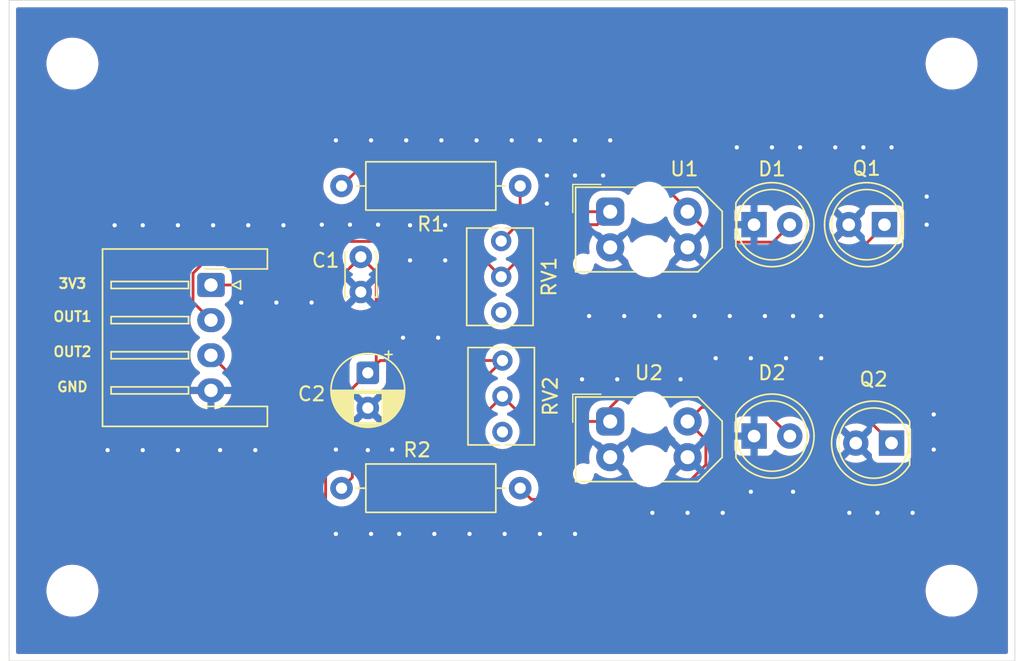
<source format=kicad_pcb>
(kicad_pcb (version 20241229) (generator "pcbnew") (generator_version "9.0")
  (layers (0 "F.Cu" signal) (2 "B.Cu" signal) (13 "F.Paste" user) (15 "B.Paste" user) (5 "F.SilkS" user "F.Silkscreen") (7 "B.SilkS" user "B.Silkscreen") (1 "F.Mask" user) (3 "B.Mask" user) (25 "Edge.Cuts" user))
  (net 0 "")
  (net 1 "+3V3")
  (net 2 "GND")
  (net 3 "Net-(D1-A)")
  (net 4 "Net-(D2-A)")
  (net 7 "Net-(J2-Pin_2)")
  (net 8 "Net-(J2-Pin_3)")
  (footprint "Capacitor_THT:C_Disc_D3.0mm_W2.0mm_P2.50mm" (layer "F.Cu") (at 103 100.75 -90)
    (property "Reference" "C1" (at 0.25 2.5 0) (layer "F.SilkS"))
    (property "Value" "100nF")
    (fp_line (start -0.37 1.12) (end 2.87 1.12) (stroke (width 0.12)) (layer "F.SilkS"))
    (fp_line (start -0.37 0.972) (end -0.37 1.12) (stroke (width 0.12)) (layer "F.SilkS"))
    (fp_line (start 2.87 0.972) (end 2.87 1.12) (stroke (width 0.12)) (layer "F.SilkS"))
    (fp_line (start -0.37 -1.12) (end -0.37 -0.972) (stroke (width 0.12)) (layer "F.SilkS"))
    (fp_line (start -0.37 -1.12) (end 2.87 -1.12) (stroke (width 0.12)) (layer "F.SilkS"))
    (fp_line (start 2.87 -1.12) (end 2.87 -0.972) (stroke (width 0.12)) (layer "F.SilkS"))
    (pad "1" thru_hole circle (at 0 0 270) (size 1.6 1.6) (drill 0.8) (layers "*.Cu" "*.Mask") (net 1 "+3V3"))
    (pad "2" thru_hole circle (at 2.5 0 270) (size 1.6 1.6) (drill 0.8) (layers "*.Cu" "*.Mask") (net 2 "GND"))
  )
  (footprint "Resistor_THT:R_Axial_DIN0309_L9.0mm_D3.2mm_P12.70mm_Horizontal" (layer "F.Cu") (at 101.63 117.205)
    (property "Reference" "R2" (at 5.37 -2.72 0) (layer "F.SilkS"))
    (property "Value" "330")
    (fp_line (start 1.04 0) (end 1.73 0) (stroke (width 0.12)) (layer "F.SilkS"))
    (fp_line (start 11.66 0) (end 10.97 0) (stroke (width 0.12)) (layer "F.SilkS"))
    (fp_rect (start 1.73 -1.72) (end 10.97 1.72) (stroke (width 0.12)) (fill no) (layer "F.SilkS"))
    (pad "1" thru_hole circle (at 0 0) (size 1.6 1.6) (drill 0.8) (layers "*.Cu" "*.Mask") (net 1 "+3V3"))
    (pad "2" thru_hole circle (at 12.7 0) (size 1.6 1.6) (drill 0.8) (layers "*.Cu" "*.Mask") (net 4 "Net-(D2-A)"))
  )
  (footprint "Capacitor_THT:CP_Radial_D5.0mm_P2.50mm" (layer "F.Cu") (at 103.5 109 -90)
    (property "Reference" "C2" (at 1.5 4 0) (layer "F.SilkS"))
    (property "Value" "1uF")
    (fp_line (start 1.49 1.04) (end 1.49 2.569) (stroke (width 0.12)) (layer "F.SilkS"))
    (fp_line (start 1.53 1.04) (end 1.53 2.565) (stroke (width 0.12)) (layer "F.SilkS"))
    (fp_line (start 1.57 1.04) (end 1.57 2.56) (stroke (width 0.12)) (layer "F.SilkS"))
    (fp_line (start 1.61 1.04) (end 1.61 2.555) (stroke (width 0.12)) (layer "F.SilkS"))
    (fp_line (start 1.65 1.04) (end 1.65 2.549) (stroke (width 0.12)) (layer "F.SilkS"))
    (fp_line (start 1.69 1.04) (end 1.69 2.543) (stroke (width 0.12)) (layer "F.SilkS"))
    (fp_line (start 1.73 1.04) (end 1.73 2.536) (stroke (width 0.12)) (layer "F.SilkS"))
    (fp_line (start 1.77 1.04) (end 1.77 2.528) (stroke (width 0.12)) (layer "F.SilkS"))
    (fp_line (start 1.81 1.04) (end 1.81 2.519) (stroke (width 0.12)) (layer "F.SilkS"))
    (fp_line (start 1.85 1.04) (end 1.85 2.51) (stroke (width 0.12)) (layer "F.SilkS"))
    (fp_line (start 1.89 1.04) (end 1.89 2.501) (stroke (width 0.12)) (layer "F.SilkS"))
    (fp_line (start 1.93 1.04) (end 1.93 2.49) (stroke (width 0.12)) (layer "F.SilkS"))
    (fp_line (start 1.97 1.04) (end 1.97 2.479) (stroke (width 0.12)) (layer "F.SilkS"))
    (fp_line (start 2.01 1.04) (end 2.01 2.467) (stroke (width 0.12)) (layer "F.SilkS"))
    (fp_line (start 2.05 1.04) (end 2.05 2.455) (stroke (width 0.12)) (layer "F.SilkS"))
    (fp_line (start 2.09 1.04) (end 2.09 2.442) (stroke (width 0.12)) (layer "F.SilkS"))
    (fp_line (start 2.13 1.04) (end 2.13 2.428) (stroke (width 0.12)) (layer "F.SilkS"))
    (fp_line (start 2.17 1.04) (end 2.17 2.413) (stroke (width 0.12)) (layer "F.SilkS"))
    (fp_line (start 2.21 1.04) (end 2.21 2.398) (stroke (width 0.12)) (layer "F.SilkS"))
    (fp_line (start 2.25 1.04) (end 2.25 2.382) (stroke (width 0.12)) (layer "F.SilkS"))
    (fp_line (start 2.29 1.04) (end 2.29 2.365) (stroke (width 0.12)) (layer "F.SilkS"))
    (fp_line (start 2.33 1.04) (end 2.33 2.347) (stroke (width 0.12)) (layer "F.SilkS"))
    (fp_line (start 2.37 1.04) (end 2.37 2.329) (stroke (width 0.12)) (layer "F.SilkS"))
    (fp_line (start 2.41 1.04) (end 2.41 2.309) (stroke (width 0.12)) (layer "F.SilkS"))
    (fp_line (start 2.45 1.04) (end 2.45 2.289) (stroke (width 0.12)) (layer "F.SilkS"))
    (fp_line (start 2.49 1.04) (end 2.49 2.268) (stroke (width 0.12)) (layer "F.SilkS"))
    (fp_line (start 2.53 1.04) (end 2.53 2.246) (stroke (width 0.12)) (layer "F.SilkS"))
    (fp_line (start 2.57 1.04) (end 2.57 2.223) (stroke (width 0.12)) (layer "F.SilkS"))
    (fp_line (start 2.61 1.04) (end 2.61 2.199) (stroke (width 0.12)) (layer "F.SilkS"))
    (fp_line (start 2.65 1.04) (end 2.65 2.175) (stroke (width 0.12)) (layer "F.SilkS"))
    (fp_line (start 2.69 1.04) (end 2.69 2.149) (stroke (width 0.12)) (layer "F.SilkS"))
    (fp_line (start 2.73 1.04) (end 2.73 2.122) (stroke (width 0.12)) (layer "F.SilkS"))
    (fp_line (start 2.77 1.04) (end 2.77 2.094) (stroke (width 0.12)) (layer "F.SilkS"))
    (fp_line (start 2.81 1.04) (end 2.81 2.065) (stroke (width 0.12)) (layer "F.SilkS"))
    (fp_line (start 2.85 1.04) (end 2.85 2.035) (stroke (width 0.12)) (layer "F.SilkS"))
    (fp_line (start 2.89 1.04) (end 2.89 2.003) (stroke (width 0.12)) (layer "F.SilkS"))
    (fp_line (start 2.93 1.04) (end 2.93 1.97) (stroke (width 0.12)) (layer "F.SilkS"))
    (fp_line (start 2.97 1.04) (end 2.97 1.936) (stroke (width 0.12)) (layer "F.SilkS"))
    (fp_line (start 3.01 1.04) (end 3.01 1.901) (stroke (width 0.12)) (layer "F.SilkS"))
    (fp_line (start 3.05 1.04) (end 3.05 1.864) (stroke (width 0.12)) (layer "F.SilkS"))
    (fp_line (start 3.09 1.04) (end 3.09 1.825) (stroke (width 0.12)) (layer "F.SilkS"))
    (fp_line (start 3.13 1.04) (end 3.13 1.785) (stroke (width 0.12)) (layer "F.SilkS"))
    (fp_line (start 3.17 1.04) (end 3.17 1.743) (stroke (width 0.12)) (layer "F.SilkS"))
    (fp_line (start 3.21 1.04) (end 3.21 1.699) (stroke (width 0.12)) (layer "F.SilkS"))
    (fp_line (start 3.25 1.04) (end 3.25 1.652) (stroke (width 0.12)) (layer "F.SilkS"))
    (fp_line (start 3.29 1.04) (end 3.29 1.604) (stroke (width 0.12)) (layer "F.SilkS"))
    (fp_line (start 3.33 1.04) (end 3.33 1.553) (stroke (width 0.12)) (layer "F.SilkS"))
    (fp_line (start 3.37 1.04) (end 3.37 1.499) (stroke (width 0.12)) (layer "F.SilkS"))
    (fp_line (start 3.41 1.04) (end 3.41 1.443) (stroke (width 0.12)) (layer "F.SilkS"))
    (fp_line (start 3.45 1.04) (end 3.45 1.383) (stroke (width 0.12)) (layer "F.SilkS"))
    (fp_line (start 3.49 1.04) (end 3.49 1.319) (stroke (width 0.12)) (layer "F.SilkS"))
    (fp_line (start 3.53 1.04) (end 3.53 1.251) (stroke (width 0.12)) (layer "F.SilkS"))
    (fp_line (start 3.85 -0.283) (end 3.85 0.283) (stroke (width 0.12)) (layer "F.SilkS"))
    (fp_line (start 3.81 -0.517) (end 3.81 0.517) (stroke (width 0.12)) (layer "F.SilkS"))
    (fp_line (start 3.77 -0.677) (end 3.77 0.677) (stroke (width 0.12)) (layer "F.SilkS"))
    (fp_line (start 3.73 -0.805) (end 3.73 0.805) (stroke (width 0.12)) (layer "F.SilkS"))
    (fp_line (start 3.69 -0.914) (end 3.69 0.914) (stroke (width 0.12)) (layer "F.SilkS"))
    (fp_line (start 3.65 -1.011) (end 3.65 1.011) (stroke (width 0.12)) (layer "F.SilkS"))
    (fp_line (start 3.61 -1.098) (end 3.61 1.098) (stroke (width 0.12)) (layer "F.SilkS"))
    (fp_line (start 3.57 -1.177) (end 3.57 1.177) (stroke (width 0.12)) (layer "F.SilkS"))
    (fp_line (start 3.53 -1.251) (end 3.53 -1.04) (stroke (width 0.12)) (layer "F.SilkS"))
    (fp_line (start 3.49 -1.319) (end 3.49 -1.04) (stroke (width 0.12)) (layer "F.SilkS"))
    (fp_line (start 3.45 -1.383) (end 3.45 -1.04) (stroke (width 0.12)) (layer "F.SilkS"))
    (fp_line (start 3.41 -1.443) (end 3.41 -1.04) (stroke (width 0.12)) (layer "F.SilkS"))
    (fp_line (start -1.554775 -1.475) (end -1.054775 -1.475) (stroke (width 0.12)) (layer "F.SilkS"))
    (fp_line (start 3.37 -1.499) (end 3.37 -1.04) (stroke (width 0.12)) (layer "F.SilkS"))
    (fp_line (start 3.33 -1.553) (end 3.33 -1.04) (stroke (width 0.12)) (layer "F.SilkS"))
    (fp_line (start 3.29 -1.604) (end 3.29 -1.04) (stroke (width 0.12)) (layer "F.SilkS"))
    (fp_line (start 3.25 -1.652) (end 3.25 -1.04) (stroke (width 0.12)) (layer "F.SilkS"))
    (fp_line (start 3.21 -1.699) (end 3.21 -1.04) (stroke (width 0.12)) (layer "F.SilkS"))
    (fp_line (start -1.304775 -1.725) (end -1.304775 -1.225) (stroke (width 0.12)) (layer "F.SilkS"))
    (fp_line (start 3.17 -1.743) (end 3.17 -1.04) (stroke (width 0.12)) (layer "F.SilkS"))
    (fp_line (start 3.13 -1.785) (end 3.13 -1.04) (stroke (width 0.12)) (layer "F.SilkS"))
    (fp_line (start 3.09 -1.825) (end 3.09 -1.04) (stroke (width 0.12)) (layer "F.SilkS"))
    (fp_line (start 3.05 -1.864) (end 3.05 -1.04) (stroke (width 0.12)) (layer "F.SilkS"))
    (fp_line (start 3.01 -1.901) (end 3.01 -1.04) (stroke (width 0.12)) (layer "F.SilkS"))
    (fp_line (start 2.97 -1.936) (end 2.97 -1.04) (stroke (width 0.12)) (layer "F.SilkS"))
    (fp_line (start 2.93 -1.97) (end 2.93 -1.04) (stroke (width 0.12)) (layer "F.SilkS"))
    (fp_line (start 2.89 -2.003) (end 2.89 -1.04) (stroke (width 0.12)) (layer "F.SilkS"))
    (fp_line (start 2.85 -2.035) (end 2.85 -1.04) (stroke (width 0.12)) (layer "F.SilkS"))
    (fp_line (start 2.81 -2.065) (end 2.81 -1.04) (stroke (width 0.12)) (layer "F.SilkS"))
    (fp_line (start 2.77 -2.094) (end 2.77 -1.04) (stroke (width 0.12)) (layer "F.SilkS"))
    (fp_line (start 2.73 -2.122) (end 2.73 -1.04) (stroke (width 0.12)) (layer "F.SilkS"))
    (fp_line (start 2.69 -2.149) (end 2.69 -1.04) (stroke (width 0.12)) (layer "F.SilkS"))
    (fp_line (start 2.65 -2.175) (end 2.65 -1.04) (stroke (width 0.12)) (layer "F.SilkS"))
    (fp_line (start 2.61 -2.199) (end 2.61 -1.04) (stroke (width 0.12)) (layer "F.SilkS"))
    (fp_line (start 2.57 -2.223) (end 2.57 -1.04) (stroke (width 0.12)) (layer "F.SilkS"))
    (fp_line (start 2.53 -2.246) (end 2.53 -1.04) (stroke (width 0.12)) (layer "F.SilkS"))
    (fp_line (start 2.49 -2.268) (end 2.49 -1.04) (stroke (width 0.12)) (layer "F.SilkS"))
    (fp_line (start 2.45 -2.289) (end 2.45 -1.04) (stroke (width 0.12)) (layer "F.SilkS"))
    (fp_line (start 2.41 -2.309) (end 2.41 -1.04) (stroke (width 0.12)) (layer "F.SilkS"))
    (fp_line (start 2.37 -2.329) (end 2.37 -1.04) (stroke (width 0.12)) (layer "F.SilkS"))
    (fp_line (start 2.33 -2.347) (end 2.33 -1.04) (stroke (width 0.12)) (layer "F.SilkS"))
    (fp_line (start 2.29 -2.365) (end 2.29 -1.04) (stroke (width 0.12)) (layer "F.SilkS"))
    (fp_line (start 2.25 -2.382) (end 2.25 -1.04) (stroke (width 0.12)) (layer "F.SilkS"))
    (fp_line (start 2.21 -2.398) (end 2.21 -1.04) (stroke (width 0.12)) (layer "F.SilkS"))
    (fp_line (start 2.17 -2.413) (end 2.17 -1.04) (stroke (width 0.12)) (layer "F.SilkS"))
    (fp_line (start 2.13 -2.428) (end 2.13 -1.04) (stroke (width 0.12)) (layer "F.SilkS"))
    (fp_line (start 2.09 -2.442) (end 2.09 -1.04) (stroke (width 0.12)) (layer "F.SilkS"))
    (fp_line (start 2.05 -2.455) (end 2.05 -1.04) (stroke (width 0.12)) (layer "F.SilkS"))
    (fp_line (start 2.01 -2.467) (end 2.01 -1.04) (stroke (width 0.12)) (layer "F.SilkS"))
    (fp_line (start 1.97 -2.479) (end 1.97 -1.04) (stroke (width 0.12)) (layer "F.SilkS"))
    (fp_line (start 1.93 -2.49) (end 1.93 -1.04) (stroke (width 0.12)) (layer "F.SilkS"))
    (fp_line (start 1.89 -2.501) (end 1.89 -1.04) (stroke (width 0.12)) (layer "F.SilkS"))
    (fp_line (start 1.85 -2.51) (end 1.85 -1.04) (stroke (width 0.12)) (layer "F.SilkS"))
    (fp_line (start 1.81 -2.519) (end 1.81 -1.04) (stroke (width 0.12)) (layer "F.SilkS"))
    (fp_line (start 1.77 -2.528) (end 1.77 -1.04) (stroke (width 0.12)) (layer "F.SilkS"))
    (fp_line (start 1.73 -2.536) (end 1.73 -1.04) (stroke (width 0.12)) (layer "F.SilkS"))
    (fp_line (start 1.69 -2.543) (end 1.69 -1.04) (stroke (width 0.12)) (layer "F.SilkS"))
    (fp_line (start 1.65 -2.549) (end 1.65 -1.04) (stroke (width 0.12)) (layer "F.SilkS"))
    (fp_line (start 1.61 -2.555) (end 1.61 -1.04) (stroke (width 0.12)) (layer "F.SilkS"))
    (fp_line (start 1.57 -2.56) (end 1.57 -1.04) (stroke (width 0.12)) (layer "F.SilkS"))
    (fp_line (start 1.53 -2.565) (end 1.53 -1.04) (stroke (width 0.12)) (layer "F.SilkS"))
    (fp_line (start 1.49 -2.569) (end 1.49 -1.04) (stroke (width 0.12)) (layer "F.SilkS"))
    (fp_line (start 1.45 -2.572) (end 1.45 2.572) (stroke (width 0.12)) (layer "F.SilkS"))
    (fp_line (start 1.41 -2.575) (end 1.41 2.575) (stroke (width 0.12)) (layer "F.SilkS"))
    (fp_line (start 1.37 -2.577) (end 1.37 2.577) (stroke (width 0.12)) (layer "F.SilkS"))
    (fp_line (start 1.33 -2.579) (end 1.33 2.579) (stroke (width 0.12)) (layer "F.SilkS"))
    (fp_line (start 1.25 -2.58) (end 1.25 2.58) (stroke (width 0.12)) (layer "F.SilkS"))
    (fp_line (start 1.29 -2.58) (end 1.29 2.58) (stroke (width 0.12)) (layer "F.SilkS"))
    (fp_circle (center 1.25 0) (end 3.87 0) (stroke (width 0.12)) (fill no) (layer "F.SilkS"))
    (pad "1" thru_hole roundrect (at 0 0 270) (size 1.6 1.6) (drill 0.8) (layers "*.Cu" "*.Mask") (roundrect_rratio 0.15625) (net 1 "+3V3"))
    (pad "2" thru_hole circle (at 2.5 0 270) (size 1.6 1.6) (drill 0.8) (layers "*.Cu" "*.Mask") (net 2 "GND"))
  )
  (footprint "MountingHole:MountingHole_3.2mm_M3_DIN965" (layer "F.Cu") (at 145 124.5)
    (property "Reference" "H8" (hide yes))
    (property "Value" "MountingHole")
    (pad "" np_thru_hole circle (at 0 0) (size 3.2 3.2) (drill 3.2) (layers "*.Cu" "*.Mask"))
  )
  (footprint "LED_THT:LED_D5.0mm" (layer "F.Cu") (at 130.96 113.5)
    (property "Reference" "D2" (at 1.27 -4.5 0) (layer "F.SilkS"))
    (property "Value" "IR204A")
    (fp_line (start -1.29 -1.545) (end -1.29 1.545) (stroke (width 0.12)) (layer "F.SilkS"))
    (fp_arc (start -1.29 -1.54483) (mid 2.071779 -2.880495) (end 4.26 0) (stroke (width 0.12)) (layer "F.SilkS"))
    (fp_arc (start 4.26 0) (mid 2.071779 2.880495) (end -1.29 1.54483) (stroke (width 0.12)) (layer "F.SilkS"))
    (fp_circle (center 1.27 0) (end 3.77 0) (stroke (width 0.12)) (fill no) (layer "F.SilkS"))
    (pad "1" thru_hole rect (at 0 0) (size 1.8 1.8) (drill 0.9) (layers "*.Cu" "*.Mask") (net 2 "GND"))
    (pad "2" thru_hole circle (at 2.54 0) (size 1.8 1.8) (drill 0.9) (layers "*.Cu" "*.Mask") (net 4 "Net-(D2-A)"))
  )
  (footprint "OptoDevice:Vishay_TCRT5000" (layer "F.Cu") (at 120.73 97.535)
    (property "Reference" "U1" (at 5.27 -3.035 0) (layer "F.SilkS"))
    (property "Value" "TCRT5000L")
    (fp_line (start -2.66 -1.94) (end -2.66 0.06) (stroke (width 0.1)) (layer "F.SilkS"))
    (fp_line (start -2.66 -1.94) (end -0.66 -1.94) (stroke (width 0.1)) (layer "F.SilkS"))
    (fp_line (start -2.46 -1.74) (end -2.46 4.28) (stroke (width 0.12)) (layer "F.SilkS"))
    (fp_line (start -2.46 -1.74) (end 1.75 -1.74) (stroke (width 0.12)) (layer "F.SilkS"))
    (fp_line (start -2.46 4.28) (end 1.75 4.28) (stroke (width 0.12)) (layer "F.SilkS"))
    (fp_line (start 3.75 -1.74) (end 6.245 -1.74) (stroke (width 0.12)) (layer "F.SilkS"))
    (fp_line (start 3.75 4.28) (end 6.24 4.28) (stroke (width 0.12)) (layer "F.SilkS"))
    (fp_line (start 7.96 -0.0255) (end 6.245 -1.74) (stroke (width 0.12)) (layer "F.SilkS"))
    (fp_line (start 7.96 2.56) (end 6.24 4.28) (stroke (width 0.12)) (layer "F.SilkS"))
    (fp_line (start 7.96 2.56) (end 7.96 -0.0255) (stroke (width 0.12)) (layer "F.SilkS"))
    (pad "" np_thru_hole circle (at -1.9 3.72) (size 1 1) (drill 1) (layers "*.Cu" "*.Mask"))
    (pad "" np_thru_hole circle (at 2.75 -0.63) (size 2.5 2.5) (drill 2.5) (layers "*.Cu" "*.Mask"))
    (pad "" np_thru_hole circle (at 2.75 3.17) (size 2.5 2.5) (drill 2.5) (layers "*.Cu" "*.Mask"))
    (pad "1" thru_hole roundrect (at 0 0) (size 2 2) (drill 1) (layers "*.Cu" "*.Mask") (net 7 "Net-(J2-Pin_2)"))
    (pad "2" thru_hole circle (at 0 2.54) (size 2 2) (drill 1) (layers "*.Cu" "*.Mask") (net 2 "GND"))
    (pad "3" thru_hole circle (at 5.5 2.54) (size 2 2) (drill 1) (layers "*.Cu" "*.Mask") (net 2 "GND"))
    (pad "4" thru_hole circle (at 5.5 0) (size 2 2) (drill 1) (layers "*.Cu" "*.Mask") (net 3 "Net-(D1-A)"))
  )
  (footprint "Potentiometer_THT:Potentiometer_Bourns_3266Y_Vertical" (layer "F.Cu") (at 112.98 104.705 -90)
    (property "Reference" "RV1" (at -2.54 -3.41 90) (layer "F.SilkS"))
    (property "Value" "100k")
    (fp_line (start -6.005 2.45) (end 0.925 2.45) (stroke (width 0.12)) (layer "F.SilkS"))
    (fp_line (start -6.005 0.217) (end -6.005 2.45) (stroke (width 0.12)) (layer "F.SilkS"))
    (fp_line (start 0.925 0.217) (end 0.925 2.45) (stroke (width 0.12)) (layer "F.SilkS"))
    (fp_line (start -6.005 -2.27) (end -6.005 -0.217) (stroke (width 0.12)) (layer "F.SilkS"))
    (fp_line (start -6.005 -2.27) (end 0.925 -2.27) (stroke (width 0.12)) (layer "F.SilkS"))
    (fp_line (start 0.925 -2.27) (end 0.925 -0.217) (stroke (width 0.12)) (layer "F.SilkS"))
    (pad "1" thru_hole circle (at 0 0 270) (size 1.44 1.44) (drill 0.8) (layers "*.Cu" "*.Mask"))
    (pad "2" thru_hole circle (at -2.54 0 270) (size 1.44 1.44) (drill 0.8) (layers "*.Cu" "*.Mask") (net 7 "Net-(J2-Pin_2)"))
    (pad "3" thru_hole circle (at -5.08 0 270) (size 1.44 1.44) (drill 0.8) (layers "*.Cu" "*.Mask") (net 1 "+3V3"))
  )
  (footprint "LED_THT:LED_D5.0mm_Clear" (layer "F.Cu") (at 140.23 98.46 180)
    (property "Reference" "Q1" (at 1.275 4 0) (layer "F.SilkS"))
    (property "Value" "BPW40")
    (fp_line (start -1.29 -1.545) (end -1.29 1.545) (stroke (width 0.12)) (layer "F.SilkS"))
    (fp_arc (start 4.26 0) (mid 2.071779 2.880495) (end -1.29 1.54483) (stroke (width 0.12)) (layer "F.SilkS"))
    (fp_arc (start -1.29 -1.54483) (mid 2.071779 -2.880495) (end 4.26 0) (stroke (width 0.12)) (layer "F.SilkS"))
    (fp_circle (center 1.27 0) (end 3.77 0) (stroke (width 0.12)) (fill no) (layer "F.SilkS"))
    (pad "1" thru_hole rect (at 0 0 180) (size 1.8 1.8) (drill 0.9) (layers "*.Cu" "*.Mask") (net 7 "Net-(J2-Pin_2)"))
    (pad "2" thru_hole circle (at 2.54 0 180) (size 1.8 1.8) (drill 0.9) (layers "*.Cu" "*.Mask") (net 2 "GND"))
  )
  (footprint "MountingHole:MountingHole_3.2mm_M3_DIN965" (layer "F.Cu") (at 145 87)
    (property "Reference" "H6" (hide yes))
    (property "Value" "MountingHole")
    (pad "" np_thru_hole circle (at 0 0) (size 3.2 3.2) (drill 3.2) (layers "*.Cu" "*.Mask"))
  )
  (footprint "Potentiometer_THT:Potentiometer_Bourns_3266Y_Vertical" (layer "F.Cu") (at 113.07 113.205 -90)
    (property "Reference" "RV2" (at -2.54 -3.41 90) (layer "F.SilkS"))
    (property "Value" "100k")
    (fp_line (start -6.005 2.45) (end 0.925 2.45) (stroke (width 0.12)) (layer "F.SilkS"))
    (fp_line (start -6.005 0.217) (end -6.005 2.45) (stroke (width 0.12)) (layer "F.SilkS"))
    (fp_line (start 0.925 0.217) (end 0.925 2.45) (stroke (width 0.12)) (layer "F.SilkS"))
    (fp_line (start -6.005 -2.27) (end -6.005 -0.217) (stroke (width 0.12)) (layer "F.SilkS"))
    (fp_line (start -6.005 -2.27) (end 0.925 -2.27) (stroke (width 0.12)) (layer "F.SilkS"))
    (fp_line (start 0.925 -2.27) (end 0.925 -0.217) (stroke (width 0.12)) (layer "F.SilkS"))
    (pad "1" thru_hole circle (at 0 0 270) (size 1.44 1.44) (drill 0.8) (layers "*.Cu" "*.Mask"))
    (pad "2" thru_hole circle (at -2.54 0 270) (size 1.44 1.44) (drill 0.8) (layers "*.Cu" "*.Mask") (net 8 "Net-(J2-Pin_3)"))
    (pad "3" thru_hole circle (at -5.08 0 270) (size 1.44 1.44) (drill 0.8) (layers "*.Cu" "*.Mask") (net 1 "+3V3"))
  )
  (footprint "MountingHole:MountingHole_3.2mm_M3_DIN965" (layer "F.Cu") (at 82.5 87)
    (property "Reference" "H5" (hide yes))
    (property "Value" "MountingHole")
    (pad "" np_thru_hole circle (at 0 0) (size 3.2 3.2) (drill 3.2) (layers "*.Cu" "*.Mask"))
  )
  (footprint "LED_THT:LED_D5.0mm_Clear" (layer "F.Cu") (at 140.73 114 180)
    (property "Reference" "Q2" (at 1.275 4.54 0) (layer "F.SilkS"))
    (property "Value" "BPW40")
    (fp_line (start -1.29 -1.545) (end -1.29 1.545) (stroke (width 0.12)) (layer "F.SilkS"))
    (fp_arc (start 4.26 0) (mid 2.071779 2.880495) (end -1.29 1.54483) (stroke (width 0.12)) (layer "F.SilkS"))
    (fp_arc (start -1.29 -1.54483) (mid 2.071779 -2.880495) (end 4.26 0) (stroke (width 0.12)) (layer "F.SilkS"))
    (fp_circle (center 1.27 0) (end 3.77 0) (stroke (width 0.12)) (fill no) (layer "F.SilkS"))
    (pad "1" thru_hole rect (at 0 0 180) (size 1.8 1.8) (drill 0.9) (layers "*.Cu" "*.Mask") (net 8 "Net-(J2-Pin_3)"))
    (pad "2" thru_hole circle (at 2.54 0 180) (size 1.8 1.8) (drill 0.9) (layers "*.Cu" "*.Mask") (net 2 "GND"))
  )
  (footprint "LED_THT:LED_D5.0mm" (layer "F.Cu") (at 130.955 98.46)
    (property "Reference" "D1" (at 1.27 -3.96 0) (layer "F.SilkS"))
    (property "Value" "IR204A")
    (fp_line (start -1.29 -1.545) (end -1.29 1.545) (stroke (width 0.12)) (layer "F.SilkS"))
    (fp_arc (start -1.29 -1.54483) (mid 2.071779 -2.880495) (end 4.26 0) (stroke (width 0.12)) (layer "F.SilkS"))
    (fp_arc (start 4.26 0) (mid 2.071779 2.880495) (end -1.29 1.54483) (stroke (width 0.12)) (layer "F.SilkS"))
    (fp_circle (center 1.27 0) (end 3.77 0) (stroke (width 0.12)) (fill no) (layer "F.SilkS"))
    (pad "1" thru_hole rect (at 0 0) (size 1.8 1.8) (drill 0.9) (layers "*.Cu" "*.Mask") (net 2 "GND"))
    (pad "2" thru_hole circle (at 2.54 0) (size 1.8 1.8) (drill 0.9) (layers "*.Cu" "*.Mask") (net 3 "Net-(D1-A)"))
  )
  (footprint "MountingHole:MountingHole_3.2mm_M3_DIN965" (layer "F.Cu") (at 82.5 124.5)
    (property "Reference" "H7" (hide yes))
    (property "Value" "MountingHole")
    (pad "" np_thru_hole circle (at 0 0) (size 3.2 3.2) (drill 3.2) (layers "*.Cu" "*.Mask"))
  )
  (footprint "OptoDevice:Vishay_TCRT5000" (layer "F.Cu") (at 120.73 112.46)
    (property "Reference" "U2" (at 2.75 -3.46 0) (layer "F.SilkS"))
    (property "Value" "TCRT5000L")
    (fp_line (start -2.66 -1.94) (end -2.66 0.06) (stroke (width 0.1)) (layer "F.SilkS"))
    (fp_line (start -2.66 -1.94) (end -0.66 -1.94) (stroke (width 0.1)) (layer "F.SilkS"))
    (fp_line (start -2.46 -1.74) (end -2.46 4.28) (stroke (width 0.12)) (layer "F.SilkS"))
    (fp_line (start -2.46 -1.74) (end 1.75 -1.74) (stroke (width 0.12)) (layer "F.SilkS"))
    (fp_line (start -2.46 4.28) (end 1.75 4.28) (stroke (width 0.12)) (layer "F.SilkS"))
    (fp_line (start 3.75 -1.74) (end 6.245 -1.74) (stroke (width 0.12)) (layer "F.SilkS"))
    (fp_line (start 3.75 4.28) (end 6.24 4.28) (stroke (width 0.12)) (layer "F.SilkS"))
    (fp_line (start 7.96 -0.0255) (end 6.245 -1.74) (stroke (width 0.12)) (layer "F.SilkS"))
    (fp_line (start 7.96 2.56) (end 6.24 4.28) (stroke (width 0.12)) (layer "F.SilkS"))
    (fp_line (start 7.96 2.56) (end 7.96 -0.0255) (stroke (width 0.12)) (layer "F.SilkS"))
    (pad "" np_thru_hole circle (at -1.9 3.72) (size 1 1) (drill 1) (layers "*.Cu" "*.Mask"))
    (pad "" np_thru_hole circle (at 2.75 -0.63) (size 2.5 2.5) (drill 2.5) (layers "*.Cu" "*.Mask"))
    (pad "" np_thru_hole circle (at 2.75 3.17) (size 2.5 2.5) (drill 2.5) (layers "*.Cu" "*.Mask"))
    (pad "1" thru_hole roundrect (at 0 0) (size 2 2) (drill 1) (layers "*.Cu" "*.Mask") (net 8 "Net-(J2-Pin_3)"))
    (pad "2" thru_hole circle (at 0 2.54) (size 2 2) (drill 1) (layers "*.Cu" "*.Mask") (net 2 "GND"))
    (pad "3" thru_hole circle (at 5.5 2.54) (size 2 2) (drill 1) (layers "*.Cu" "*.Mask") (net 2 "GND"))
    (pad "4" thru_hole circle (at 5.5 0) (size 2 2) (drill 1) (layers "*.Cu" "*.Mask") (net 4 "Net-(D2-A)"))
  )
  (footprint "Resistor_THT:R_Axial_DIN0309_L9.0mm_D3.2mm_P12.70mm_Horizontal" (layer "F.Cu") (at 114.33 95.705 180)
    (property "Reference" "R1" (at 6.35 -2.72 0) (layer "F.SilkS"))
    (property "Value" "330")
    (fp_line (start 11.66 0) (end 10.97 0) (stroke (width 0.12)) (layer "F.SilkS"))
    (fp_line (start 1.04 0) (end 1.73 0) (stroke (width 0.12)) (layer "F.SilkS"))
    (fp_rect (start 1.73 -1.72) (end 10.97 1.72) (stroke (width 0.12)) (fill no) (layer "F.SilkS"))
    (pad "1" thru_hole circle (at 0 0 180) (size 1.6 1.6) (drill 0.8) (layers "*.Cu" "*.Mask") (net 1 "+3V3"))
    (pad "2" thru_hole circle (at 12.7 0 180) (size 1.6 1.6) (drill 0.8) (layers "*.Cu" "*.Mask") (net 3 "Net-(D1-A)"))
  )
  (footprint "Connector_JST:JST_XH_S4B-XH-A-1_1x04_P2.50mm_Horizontal" (layer "F.Cu") (at 92.35 102.75 -90)
    (property "Reference" "J2" (hide yes))
    (property "Value" "Conn_01x04_Socket")
    (fp_line (start -2.56 7.71) (end -2.56 -4.01) (stroke (width 0.12)) (layer "F.SilkS"))
    (fp_line (start 3.75 7.71) (end -2.56 7.71) (stroke (width 0.12)) (layer "F.SilkS"))
    (fp_line (start 3.75 7.71) (end 10.06 7.71) (stroke (width 0.12)) (layer "F.SilkS"))
    (fp_line (start 10.06 7.71) (end 10.06 -4.01) (stroke (width 0.12)) (layer "F.SilkS"))
    (fp_line (start -0.25 7.1) (end 0.25 7.1) (stroke (width 0.12)) (layer "F.SilkS"))
    (fp_line (start 0.25 7.1) (end 0.25 1.6) (stroke (width 0.12)) (layer "F.SilkS"))
    (fp_line (start 2.25 7.1) (end 2.75 7.1) (stroke (width 0.12)) (layer "F.SilkS"))
    (fp_line (start 2.75 7.1) (end 2.75 1.6) (stroke (width 0.12)) (layer "F.SilkS"))
    (fp_line (start 4.75 7.1) (end 5.25 7.1) (stroke (width 0.12)) (layer "F.SilkS"))
    (fp_line (start 5.25 7.1) (end 5.25 1.6) (stroke (width 0.12)) (layer "F.SilkS"))
    (fp_line (start 7.25 7.1) (end 7.75 7.1) (stroke (width 0.12)) (layer "F.SilkS"))
    (fp_line (start 7.75 7.1) (end 7.75 1.6) (stroke (width 0.12)) (layer "F.SilkS"))
    (fp_line (start -0.25 1.6) (end -0.25 7.1) (stroke (width 0.12)) (layer "F.SilkS"))
    (fp_line (start 0.25 1.6) (end -0.25 1.6) (stroke (width 0.12)) (layer "F.SilkS"))
    (fp_line (start 2.25 1.6) (end 2.25 7.1) (stroke (width 0.12)) (layer "F.SilkS"))
    (fp_line (start 2.75 1.6) (end 2.25 1.6) (stroke (width 0.12)) (layer "F.SilkS"))
    (fp_line (start 4.75 1.6) (end 4.75 7.1) (stroke (width 0.12)) (layer "F.SilkS"))
    (fp_line (start 5.25 1.6) (end 4.75 1.6) (stroke (width 0.12)) (layer "F.SilkS"))
    (fp_line (start 7.25 1.6) (end 7.25 7.1) (stroke (width 0.12)) (layer "F.SilkS"))
    (fp_line (start 7.75 1.6) (end 7.25 1.6) (stroke (width 0.12)) (layer "F.SilkS"))
    (fp_line (start 0 -1.5) (end -0.3 -2.1) (stroke (width 0.12)) (layer "F.SilkS"))
    (fp_line (start -0.3 -2.1) (end 0.3 -2.1) (stroke (width 0.12)) (layer "F.SilkS"))
    (fp_line (start 0.3 -2.1) (end 0 -1.5) (stroke (width 0.12)) (layer "F.SilkS"))
    (fp_line (start -2.56 -4.01) (end -1.14 -4.01) (stroke (width 0.12)) (layer "F.SilkS"))
    (fp_line (start -1.14 -4.01) (end -1.14 0.49) (stroke (width 0.12)) (layer "F.SilkS"))
    (fp_line (start 8.64 -4.01) (end 8.64 0.49) (stroke (width 0.12)) (layer "F.SilkS"))
    (fp_line (start 10.06 -4.01) (end 8.64 -4.01) (stroke (width 0.12)) (layer "F.SilkS"))
    (pad "1" thru_hole roundrect (at 0 0 270) (size 1.7 1.95) (drill 0.95) (layers "*.Cu" "*.Mask") (roundrect_rratio 0.147059) (net 1 "+3V3"))
    (pad "2" thru_hole oval (at 2.5 0 270) (size 1.7 1.95) (drill 0.95) (layers "*.Cu" "*.Mask") (net 7 "Net-(J2-Pin_2)"))
    (pad "3" thru_hole oval (at 5 0 270) (size 1.7 1.95) (drill 0.95) (layers "*.Cu" "*.Mask") (net 8 "Net-(J2-Pin_3)"))
    (pad "4" thru_hole oval (at 7.5 0 270) (size 1.7 1.95) (drill 0.95) (layers "*.Cu" "*.Mask") (net 2 "GND"))
  )
  (gr_rect (start 78 82.5) (end 149.5 129.5) (stroke (width 0.05)) (fill no) (layer "Edge.Cuts"))
  (gr_text_box "OUT1" (start 81.185 103.8525) (end 83.815 106.1475) (margins 1.0025 1.0025 1.0025 1.0025) (layer "F.SilkS") (effects (font (size 0.7 0.7))) (border no))
  (gr_text_box "OUT2" (start 81.185 106.3525) (end 83.815 108.6475) (margins 1.0025 1.0025 1.0025 1.0025) (layer "F.SilkS") (effects (font (size 0.7 0.7))) (border no))
  (gr_text_box "3V3" (start 81.185 101.5) (end 83.815 103.795) (margins 1.0025 1.0025 1.0025 1.0025) (layer "F.SilkS") (effects (font (size 0.7 0.7))) (border no))
  (gr_text_box "GND" (start 81.185 108.8525) (end 83.815 111.1475) (margins 1.0025 1.0025 1.0025 1.0025) (layer "F.SilkS") (effects (font (size 0.7 0.7))) (border no))
  (segment (start 102.399 110.101) (end 103.5 109) (width 0.2) (layer "F.Cu") (net 1))
  (segment (start 103.5 109) (end 104.101 108.399) (width 0.2) (layer "F.Cu") (net 1))
  (segment (start 114.33 98.275) (end 112.98 99.625) (width 0.2) (layer "F.Cu") (net 1))
  (segment (start 114.33 95.705) (end 114.33 98.275) (width 0.2) (layer "F.Cu") (net 1))
  (segment (start 104.101 101.851) (end 103 100.75) (width 0.2) (layer "F.Cu") (net 1))
  (segment (start 101.63 117.205) (end 102.399 116.436) (width 0.2) (layer "F.Cu") (net 1))
  (segment (start 113.23 99.96) (end 113.23 99.875) (width 0.2) (layer "F.Cu") (net 1))
  (segment (start 102.399 116.436) (end 102.399 110.101) (width 0.2) (layer "F.Cu") (net 1))
  (segment (start 104.375 108.125) (end 113.07 108.125) (width 0.2) (layer "F.Cu") (net 1))
  (segment (start 104.101 108.399) (end 104.101 101.851) (width 0.2) (layer "F.Cu") (net 1))
  (segment (start 103.5 109) (end 104.375 108.125) (width 0.2) (layer "F.Cu") (net 1))
  (segment (start 112.195 109) (end 113.07 108.125) (width 0.2) (layer "F.Cu") (net 1))
  (segment (start 113.23 99.875) (end 112.98 99.625) (width 0.2) (layer "F.Cu") (net 1))
  (segment (start 92.35 102.75) (end 101 102.75) (width 0.2) (layer "F.Cu") (net 1))
  (segment (start 101 102.75) (end 103 100.75) (width 0.2) (layer "F.Cu") (net 1))
  (via (at 99.5 104) (size 0.6) (drill 0.3) (layers "F.Cu" "B.Cu") (net 2))
  (via (at 109 98.5) (size 0.6) (drill 0.3) (layers "F.Cu" "B.Cu") (net 2))
  (via (at 113.23 120.46) (size 0.6) (drill 0.3) (layers "F.Cu" "B.Cu") (net 2))
  (via (at 123.73 118.96) (size 0.6) (drill 0.3) (layers "F.Cu" "B.Cu") (net 2))
  (via (at 135.73 107.96) (size 0.6) (drill 0.3) (layers "F.Cu" "B.Cu") (net 2))
  (via (at 132.23 92.96) (size 0.6) (drill 0.3) (layers "F.Cu" "B.Cu") (net 2))
  (via (at 139.73 118.96) (size 0.6) (drill 0.3) (layers "F.Cu" "B.Cu") (net 2))
  (via (at 128.23 107.96) (size 0.6) (drill 0.3) (layers "F.Cu" "B.Cu") (net 2))
  (via (at 92.5 98.5) (size 0.6) (drill 0.3) (layers "F.Cu" "B.Cu") (net 2))
  (via (at 136.73 92.96) (size 0.6) (drill 0.3) (layers "F.Cu" "B.Cu") (net 2))
  (via (at 97.5 98.5) (size 0.6) (drill 0.3) (layers "F.Cu" "B.Cu") (net 2))
  (via (at 106 106.5) (size 0.6) (drill 0.3) (layers "F.Cu" "B.Cu") (net 2))
  (via (at 121.73 104.96) (size 0.6) (drill 0.3) (layers "F.Cu" "B.Cu") (net 2))
  (via (at 106.5 101) (size 0.6) (drill 0.3) (layers "F.Cu" "B.Cu") (net 2))
  (via (at 140.73 92.96) (size 0.6) (drill 0.3) (layers "F.Cu" "B.Cu") (net 2))
  (via (at 116.23 96.96) (size 0.6) (drill 0.3) (layers "F.Cu" "B.Cu") (net 2))
  (via (at 102.23 98.46) (size 0.6) (drill 0.3) (layers "F.Cu" "B.Cu") (net 2))
  (via (at 130.73 117.46) (size 0.6) (drill 0.3) (layers "F.Cu" "B.Cu") (net 2))
  (via (at 124.23 104.96) (size 0.6) (drill 0.3) (layers "F.Cu" "B.Cu") (net 2))
  (via (at 101.23 92.46) (size 0.6) (drill 0.3) (layers "F.Cu" "B.Cu") (net 2))
  (via (at 93 114.5) (size 0.6) (drill 0.3) (layers "F.Cu" "B.Cu") (net 2))
  (via (at 101.23 120.46) (size 0.6) (drill 0.3) (layers "F.Cu" "B.Cu") (net 2))
  (via (at 106.23 92.46) (size 0.6) (drill 0.3) (layers "F.Cu" "B.Cu") (net 2))
  (via (at 126.23 118.96) (size 0.6) (drill 0.3) (layers "F.Cu" "B.Cu") (net 2))
  (via (at 101.23 114.46) (size 0.6) (drill 0.3) (layers "F.Cu" "B.Cu") (net 2))
  (via (at 95.5 114.5) (size 0.6) (drill 0.3) (layers "F.Cu" "B.Cu") (net 2))
  (via (at 128.73 118.96) (size 0.6) (drill 0.3) (layers "F.Cu" "B.Cu") (net 2))
  (via (at 87.5 98.5) (size 0.6) (drill 0.3) (layers "F.Cu" "B.Cu") (net 2))
  (via (at 113.73 92.46) (size 0.6) (drill 0.3) (layers "F.Cu" "B.Cu") (net 2))
  (via (at 121.23 109.46) (size 0.6) (drill 0.3) (layers "F.Cu" "B.Cu") (net 2))
  (via (at 130.73 107.96) (size 0.6) (drill 0.3) (layers "F.Cu" "B.Cu") (net 2))
  (via (at 103.5 114.5) (size 0.6) (drill 0.3) (layers "F.Cu" "B.Cu") (net 2))
  (via (at 120.23 94.96) (size 0.6) (drill 0.3) (layers "F.Cu" "B.Cu") (net 2))
  (via (at 103.73 120.46) (size 0.6) (drill 0.3) (layers "F.Cu" "B.Cu") (net 2))
  (via (at 85.5 98.5) (size 0.6) (drill 0.3) (layers "F.Cu" "B.Cu") (net 2))
  (via (at 137.73 118.96) (size 0.6) (drill 0.3) (layers "F.Cu" "B.Cu") (net 2))
  (via (at 133.73 104.96) (size 0.6) (drill 0.3) (layers "F.Cu" "B.Cu") (net 2))
  (via (at 143.73 114.46) (size 0.6) (drill 0.3) (layers "F.Cu" "B.Cu") (net 2))
  (via (at 85 114.5) (size 0.6) (drill 0.3) (layers "F.Cu" "B.Cu") (net 2))
  (via (at 118.23 92.46) (size 0.6) (drill 0.3) (layers "F.Cu" "B.Cu") (net 2))
  (via (at 104.23 98.46) (size 0.6) (drill 0.3) (layers "F.Cu" "B.Cu") (net 2))
  (via (at 115.73 120.46) (size 0.6) (drill 0.3) (layers "F.Cu" "B.Cu") (net 2))
  (via (at 100.23 98.46) (size 0.6) (drill 0.3) (layers "F.Cu" "B.Cu") (net 2))
  (via (at 90 98.5) (size 0.6) (drill 0.3) (layers "F.Cu" "B.Cu") (net 2))
  (via (at 95 98.5) (size 0.6) (drill 0.3) (layers "F.Cu" "B.Cu") (net 2))
  (via (at 106.5 98.5) (size 0.6) (drill 0.3) (layers "F.Cu" "B.Cu") (net 2))
  (via (at 108.23 120.46) (size 0.6) (drill 0.3) (layers "F.Cu" "B.Cu") (net 2))
  (via (at 131.73 104.96) (size 0.6) (drill 0.3) (layers "F.Cu" "B.Cu") (net 2))
  (via (at 115.73 92.46) (size 0.6) (drill 0.3) (layers "F.Cu" "B.Cu") (net 2))
  (via (at 110.73 120.46) (size 0.6) (drill 0.3) (layers "F.Cu" "B.Cu") (net 2))
  (via (at 87.5 114.5) (size 0.6) (drill 0.3) (layers "F.Cu" "B.Cu") (net 2))
  (via (at 126.73 104.96) (size 0.6) (drill 0.3) (layers "F.Cu" "B.Cu") (net 2))
  (via (at 105.73 120.46) (size 0.6) (drill 0.3) (layers "F.Cu" "B.Cu") (net 2))
  (via (at 97 104) (size 0.6) (drill 0.3) (layers "F.Cu" "B.Cu") (net 2))
  (via (at 105.23 114.46) (size 0.6) (drill 0.3) (layers "F.Cu" "B.Cu") (net 2))
  (via (at 133.23 107.96) (size 0.6) (drill 0.3) (layers "F.Cu" "B.Cu") (net 2))
  (via (at 133.73 117.46) (size 0.6) (drill 0.3) (layers "F.Cu" "B.Cu") (net 2))
  (via (at 142.23 118.96) (size 0.6) (drill 0.3) (layers "F.Cu" "B.Cu") (net 2))
  (via (at 134.23 92.96) (size 0.6) (drill 0.3) (layers "F.Cu" "B.Cu") (net 2))
  (via (at 129.23 104.96) (size 0.6) (drill 0.3) (layers "F.Cu" "B.Cu") (net 2))
  (via (at 90 114.5) (size 0.6) (drill 0.3) (layers "F.Cu" "B.Cu") (net 2))
  (via (at 116.23 94.96) (size 0.6) (drill 0.3) (layers "F.Cu" "B.Cu") (net 2))
  (via (at 125.73 109.46) (size 0.6) (drill 0.3) (layers "F.Cu" "B.Cu") (net 2))
  (via (at 119.23 104.96) (size 0.6) (drill 0.3) (layers "F.Cu" "B.Cu") (net 2))
  (via (at 111.23 92.46) (size 0.6) (drill 0.3) (layers "F.Cu" "B.Cu") (net 2))
  (via (at 143.73 111.96) (size 0.6) (drill 0.3) (layers "F.Cu" "B.Cu") (net 2))
  (via (at 118.23 94.96) (size 0.6) (drill 0.3) (layers "F.Cu" "B.Cu") (net 2))
  (via (at 138.73 92.96) (size 0.6) (drill 0.3) (layers "F.Cu" "B.Cu") (net 2))
  (via (at 108.73 92.46) (size 0.6) (drill 0.3) (layers "F.Cu" "B.Cu") (net 2))
  (via (at 108.5 106.5) (size 0.6) (drill 0.3) (layers "F.Cu" "B.Cu") (net 2))
  (via (at 94.5 104) (size 0.6) (drill 0.3) (layers "F.Cu" "B.Cu") (net 2))
  (via (at 118.73 109.46) (size 0.6) (drill 0.3) (layers "F.Cu" "B.Cu") (net 2))
  (via (at 135.73 104.96) (size 0.6) (drill 0.3) (layers "F.Cu" "B.Cu") (net 2))
  (via (at 118.23 120.46) (size 0.6) (drill 0.3) (layers "F.Cu" "B.Cu") (net 2))
  (via (at 103.73 92.46) (size 0.6) (drill 0.3) (layers "F.Cu" "B.Cu") (net 2))
  (via (at 109 101) (size 0.6) (drill 0.3) (layers "F.Cu" "B.Cu") (net 2))
  (via (at 143.23 98.46) (size 0.6) (drill 0.3) (layers "F.Cu" "B.Cu") (net 2))
  (via (at 120.73 92.46) (size 0.6) (drill 0.3) (layers "F.Cu" "B.Cu") (net 2))
  (via (at 143.23 96.46) (size 0.6) (drill 0.3) (layers "F.Cu" "B.Cu") (net 2))
  (via (at 129.73 92.96) (size 0.6) (drill 0.3) (layers "F.Cu" "B.Cu") (net 2))
  (segment (start 126.23 97.535) (end 128.396 99.701) (width 0.2) (layer "F.Cu") (net 3))
  (segment (start 126.23 97.390844) (end 122.799156 93.96) (width 0.2) (layer "F.Cu") (net 3))
  (segment (start 103.375 93.96) (end 101.63 95.705) (width 0.2) (layer "F.Cu") (net 3))
  (segment (start 126.23 97.535) (end 126.23 97.390844) (width 0.2) (layer "F.Cu") (net 3))
  (segment (start 132.299 99.701) (end 133.5 98.5) (width 0.2) (layer "F.Cu") (net 3))
  (segment (start 128.396 99.701) (end 132.299 99.701) (width 0.2) (layer "F.Cu") (net 3))
  (segment (start 122.799156 93.96) (end 103.375 93.96) (width 0.2) (layer "F.Cu") (net 3))
  (segment (start 115.129999 118.004999) (end 125.064893 118.004999) (width 0.2) (layer "F.Cu") (net 4))
  (segment (start 131.46 111.46) (end 133.5 113.5) (width 0.2) (layer "F.Cu") (net 4))
  (segment (start 127.531 115.538892) (end 127.531 113.761) (width 0.2) (layer "F.Cu") (net 4))
  (segment (start 126.23 112.46) (end 127.23 111.46) (width 0.2) (layer "F.Cu") (net 4))
  (segment (start 114.33 117.205) (end 115.129999 118.004999) (width 0.2) (layer "F.Cu") (net 4))
  (segment (start 127.23 111.46) (end 131.46 111.46) (width 0.2) (layer "F.Cu") (net 4))
  (segment (start 125.064893 118.004999) (end 127.531 115.538892) (width 0.2) (layer "F.Cu") (net 4))
  (segment (start 127.531 113.761) (end 126.23 112.46) (width 0.2) (layer "F.Cu") (net 4))
  (segment (start 140.23 98.5) (end 134.77 103.96) (width 0.2) (layer "F.Cu") (net 7))
  (segment (start 110.464 99.649) (end 112.98 102.165) (width 0.2) (layer "F.Cu") (net 7))
  (segment (start 116.23 100.46) (end 118.23 98.46) (width 0.2) (layer "F.Cu") (net 7))
  (segment (start 117.73 103.96) (end 116.23 102.46) (width 0.2) (layer "F.Cu") (net 7))
  (segment (start 116.23 102.46) (end 116.23 100.46) (width 0.2) (layer "F.Cu") (net 7))
  (segment (start 134.77 103.96) (end 117.73 103.96) (width 0.2) (layer "F.Cu") (net 7))
  (segment (start 93.33984 99.649) (end 110.464 99.649) (width 0.2) (layer "F.Cu") (net 7))
  (segment (start 119.805 98.46) (end 120.73 97.535) (width 0.2) (layer "F.Cu") (net 7))
  (segment (start 91.074 103.974) (end 91.074 101.91484) (width 0.2) (layer "F.Cu") (net 7))
  (segment (start 120.73 97.535) (end 117.61 97.535) (width 0.2) (layer "F.Cu") (net 7))
  (segment (start 118.23 98.46) (end 119.805 98.46) (width 0.2) (layer "F.Cu") (net 7))
  (segment (start 117.61 97.535) (end 112.98 102.165) (width 0.2) (layer "F.Cu") (net 7))
  (segment (start 92.35 105.25) (end 91.074 103.974) (width 0.2) (layer "F.Cu") (net 7))
  (segment (start 91.074 101.91484) (end 93.33984 99.649) (width 0.2) (layer "F.Cu") (net 7))
  (segment (start 100.5 115.9) (end 92.35 107.75) (width 0.2) (layer "F.Cu") (net 8))
  (segment (start 113.07 110.665) (end 104.735 119) (width 0.2) (layer "F.Cu") (net 8))
  (segment (start 104.735 119) (end 100.5 119) (width 0.2) (layer "F.Cu") (net 8))
  (segment (start 114.865 112.46) (end 113.07 110.665) (width 0.2) (layer "F.Cu") (net 8))
  (segment (start 121.961 110.229) (end 120.73 111.46) (width 0.2) (layer "F.Cu") (net 8))
  (segment (start 120.73 112.46) (end 114.865 112.46) (width 0.2) (layer "F.Cu") (net 8))
  (segment (start 140.73 114) (end 136.959 110.229) (width 0.2) (layer "F.Cu") (net 8))
  (segment (start 100.5 119) (end 100.5 115.9) (width 0.2) (layer "F.Cu") (net 8))
  (segment (start 136.959 110.229) (end 121.961 110.229) (width 0.2) (layer "F.Cu") (net 8))
  (segment (start 120.73 111.46) (end 120.73 112.46) (width 0.2) (layer "F.Cu") (net 8))
  (zone (net 2) (net_name "GND") (layers "F.Cu" "B.Cu") (priority 1) (connect_pads (clearance 0.5)) (min_thickness 0.25) (fill yes (thermal_gap 0.5) (thermal_bridge_width 0.5))
    (polygon (pts (xy 78 82.5) (xy 149.5 82.5) (xy 149.5 129.5) (xy 78 129.5)))
  )
)
</source>
